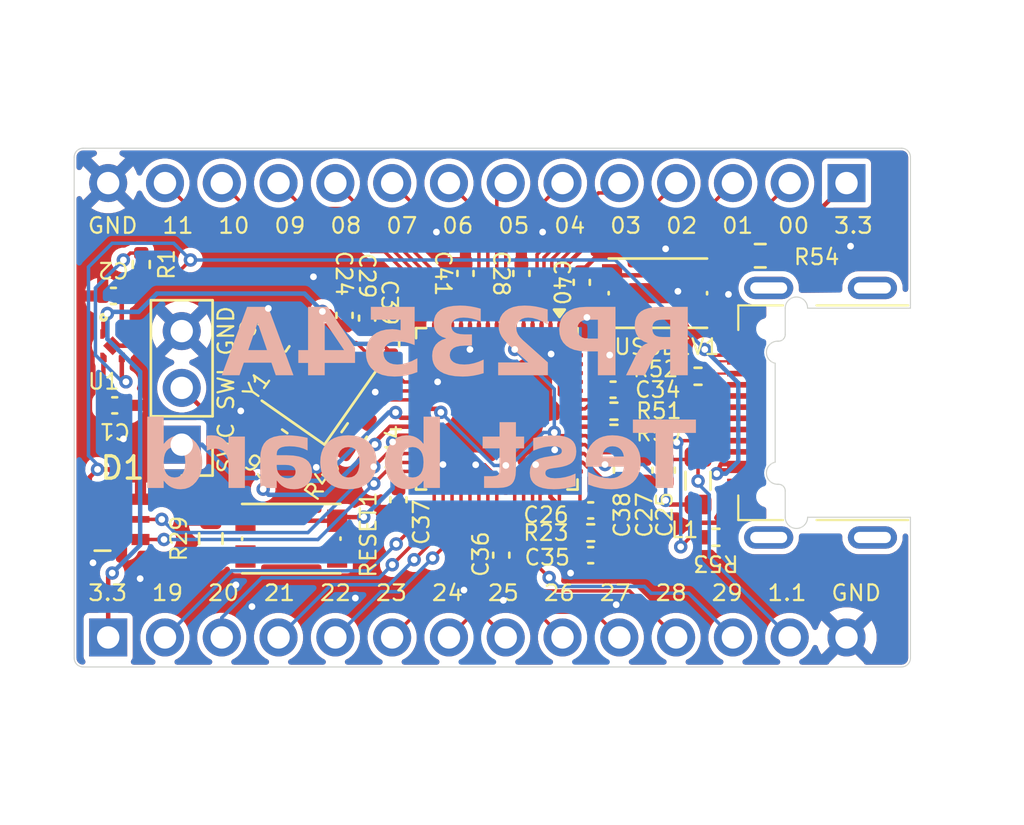
<source format=kicad_pcb>
(kicad_pcb (version 20241229) (generator "pcbnew") (generator_version "9.0")
  (layers (0 "F.Cu" signal) (2 "B.Cu" signal) (13 "F.Paste" user) (15 "B.Paste" user) (5 "F.SilkS" user "F.Silkscreen") (7 "B.SilkS" user "B.Silkscreen") (1 "F.Mask" user) (3 "B.Mask" user) (25 "Edge.Cuts" user))
  (net 0 "")
  (net 1 "Net-(U14-XIN)")
  (net 2 "GND")
  (net 3 "Net-(C6-Pad1)")
  (net 4 "+3V3")
  (net 5 "+1V1")
  (net 6 "/USB_DM")
  (net 7 "Net-(J1-CC2)")
  (net 8 "Net-(J1-CC1)")
  (net 9 "/USB_DP")
  (net 10 "/VREG_LX")
  (net 11 "Net-(R29-Pad1)")
  (net 12 "Net-(U14-XOUT)")
  (net 13 "Net-(U14-USB_DM)")
  (net 14 "Net-(U14-USB_DP)")
  (net 15 "Net-(R54-Pad1)")
  (net 16 "Net-(U14-RUN)")
  (net 23 "Net-(U14-~{QSPI_SS})")
  (net 28 "Net-(U14-VREG_AVDD)")
  (net 29 "/o8")
  (net 30 "/o10")
  (net 31 "/o3")
  (net 32 "/o9")
  (net 33 "/o5")
  (net 34 "/o6")
  (net 35 "/o1")
  (net 36 "/o11")
  (net 37 "/o7")
  (net 38 "/o0")
  (net 39 "/o2")
  (net 40 "/o4")
  (net 41 "/o29")
  (net 42 "/o21")
  (net 43 "/o24")
  (net 44 "/o26")
  (net 45 "/o20")
  (net 46 "/o25")
  (net 47 "/o19")
  (net 48 "/o27")
  (net 49 "/o23")
  (net 50 "/o28")
  (net 51 "/o22")
  (net 54 "Net-(D1-CKI)")
  (net 55 "Net-(D1-SDI)")
  (net 56 "/SWC")
  (net 57 "/SIO")
  (net 58 "/VBIAS")
  (net 59 "/VIN")
  (net 60 "/CTRL")
  (footprint "LED_SMD:LED-APA102-2020" (layer "F.Cu") (at 58.916289 50.60021)
    (property "Reference" "D1")
    (property "Value" "APA102-2020")
  )
  (footprint "footprints:DFN5B_TOS" (layer "F.Cu") (at 58.517882 42.832987 -90)
    (property "Reference" "U1")
    (property "Value" "TCR8BM33A_L3F")
  )
  (footprint "Capacitor_SMD:C_0402_1005Metric" (layer "F.Cu") (at 58.612748 45.5 180)
    (property "Reference" "C1")
    (property "Value" "0.1uF")
  )
  (footprint "Connector_PinHeader_2.54mm:PinHeader_1x14_P2.54mm_Vertical" (layer "F.Cu") (at 91.34 35.56 -90)
    (property "Reference" "J3" (hide yes))
    (property "Value" "Conn_01x12_Pin")
  )
  (footprint "Resistor_SMD:R_0402_1005Metric" (layer "F.Cu") (at 59.8 39.2 90)
    (property "Reference" "R1")
    (property "Value" "5.1k")
  )
  (footprint "Resistor_SMD:R_0603_1608Metric" (layer "F.Cu") (at 62.909851 51.460195 90)
    (property "Reference" "R29")
    (property "Value" "1k")
  )
  (footprint "Resistor_SMD:R_0402_1005Metric" (layer "F.Cu") (at 80.938112 46.75)
    (property "Reference" "R50")
    (property "Value" "33Ω")
  )
  (footprint "Capacitor_SMD:C_0402_1005Metric" (layer "F.Cu") (at 81.3 48.4 90)
    (property "Reference" "C38")
    (property "Value" "0.1uF")
  )
  (footprint "Crystal:Crystal_SMD_3225-4Pin_3.2x2.5mm" (layer "F.Cu") (at 67.772787 44.586472 55)
    (property "Reference" "Y1")
    (property "Value" "Crystal")
  )
  (footprint "Resistor_SMD:R_0603_1608Metric" (layer "F.Cu") (at 69.322787 46.8 -125)
    (property "Reference" "R49")
    (property "Value" "1k")
  )
  (footprint "Resistor_SMD:R_0402_1005Metric" (layer "F.Cu") (at 85.5 51.4 180)
    (property "Reference" "R53")
    (property "Value" "5.1k")
  )
  (footprint "Capacitor_SMD:C_0402_1005Metric" (layer "F.Cu") (at 79.5 40 -90)
    (property "Reference" "C40")
    (property "Value" "0.1uF")
  )
  (footprint "Capacitor_SMD:C_0402_1005Metric" (layer "F.Cu") (at 79.9 50.2)
    (property "Reference" "C26")
    (property "Value" "4.7μF")
  )
  (footprint "Capacitor_SMD:C_0402_1005Metric" (layer "F.Cu") (at 74.3 39.6 -90)
    (property "Reference" "C41")
    (property "Value" "0.1uF")
  )
  (footprint "Capacitor_SMD:C_0603_1608Metric" (layer "F.Cu") (at 65.922787 42.680962 55)
    (property "Reference" "C5")
    (property "Value" "10pF")
  )
  (footprint "Capacitor_SMD:C_0402_1005Metric" (layer "F.Cu") (at 80.9 44.8 180)
    (property "Reference" "C34")
    (property "Value" "0.1uF")
  )
  (footprint "USB-C-Power-tester:SW_Push_1P1T_NO_CK_KMR2" (layer "F.Cu") (at 82.904023 40.483975 180)
    (property "Reference" "USBDEV1")
    (property "Value" "SW_Push")
  )
  (footprint "Inductor_SMD:L_0805_2012Metric" (layer "F.Cu") (at 84.7 48.872917 -90)
    (property "Reference" "L1")
    (property "Value" "L")
  )
  (footprint "Capacitor_SMD:C_0402_1005Metric" (layer "F.Cu") (at 83.3 48.4 -90)
    (property "Reference" "C25")
    (property "Value" "4.7μF")
  )
  (footprint "Resistor_SMD:R_0402_1005Metric" (layer "F.Cu") (at 80.938112 45.76 180)
    (property "Reference" "R51")
    (property "Value" "33Ω")
  )
  (footprint "Resistor_SMD:R_0402_1005Metric" (layer "F.Cu") (at 79.9 51.2)
    (property "Reference" "R23")
    (property "Value" "33Ω")
  )
  (footprint "Connector_PinHeader_2.54mm:PinHeader_1x03_P2.54mm_Vertical" (layer "F.Cu") (at 61.609445 47.259682 180)
    (property "Reference" "J2" (hide yes))
    (property "Value" "SWD")
  )
  (footprint "Capacitor_SMD:C_0402_1005Metric" (layer "F.Cu") (at 58.554628 40.608433)
    (property "Reference" "C2")
    (property "Value" "0.1uF")
  )
  (footprint "Capacitor_SMD:C_0402_1005Metric" (layer "F.Cu") (at 75.9 52.2 90)
    (property "Reference" "C36")
    (property "Value" "0.1uF")
  )
  (footprint "Resistor_SMD:R_0603_1608Metric" (layer "F.Cu") (at 87.483534 38.80865)
    (property "Reference" "R54")
    (property "Value" "1k")
  )
  (footprint "Capacitor_SMD:C_0402_1005Metric" (layer "F.Cu") (at 76.8 39.6 -90)
    (property "Reference" "C28")
    (property "Value" "0.1uF")
  )
  (footprint "Capacitor_SMD:C_0402_1005Metric" (layer "F.Cu") (at 68.888577 41.47464 90)
    (property "Reference" "C24")
    (property "Value" "4.7μF")
  )
  (footprint "Capacitor_SMD:C_0402_1005Metric" (layer "F.Cu") (at 71.3 49.72 90)
    (property "Reference" "C37")
    (property "Value" "0.1uF")
  )
  (footprint "Capacitor_SMD:C_0402_1005Metric" (layer "F.Cu") (at 79.9 52.2 180)
    (property "Reference" "C35")
    (property "Value" "0.1uF")
  )
  (footprint "Capacitor_SMD:C_0603_1608Metric" (layer "F.Cu") (at 65.922787 47.080962 145)
    (property "Reference" "C6")
    (property "Value" "10pF")
  )
  (footprint "Package_DFN_QFN:QFN-60-1EP_7x7mm_P0.4mm_EP3.4x3.4mm" (layer "F.Cu") (at 75.7 45.65551 -90)
    (property "Reference" "U14")
    (property "Value" "RP2354A")
  )
  (footprint "USB-C-Power-tester:SW_Push_1P1T_NO_CK_KMR2" (layer "F.Cu") (at 66.509851 51.460195)
    (property "Reference" "RESET1")
    (property "Value" "SW_Push")
  )
  (footprint "Capacitor_SMD:C_0402_1005Metric" (layer "F.Cu") (at 82.3 48.4 90)
    (property "Reference" "C27")
    (property "Value" "0.1uF")
  )
  (footprint "Resistor_SMD:R_0402_1005Metric" (layer "F.Cu") (at 84.7 44.2 180)
    (property "Reference" "R52")
    (property "Value" "5.1k")
  )
  (footprint "Capacitor_SMD:C_0402_1005Metric" (layer "F.Cu") (at 70.973687 42.754517 -90)
    (property "Reference" "C39")
    (property "Value" "0.1uF")
  )
  (footprint "Capacitor_SMD:C_0402_1005Metric" (layer "F.Cu") (at 69.9 41.6 -90)
    (property "Reference" "C29")
    (property "Value" "0.1uF")
  )
  (footprint "Connector_PinHeader_2.54mm:PinHeader_1x14_P2.54mm_Vertical" (layer "F.Cu") (at 58.32 55.88 90)
    (property "Reference" "J4" (hide yes))
    (property "Value" "Conn_01x12_Pin")
  )
  (footprint "USB-C-Power-tester:TYPE-C-31-M-14" (layer "F.Cu") (at 91.5 45.83 90)
    (property "Reference" "J1" (hide yes))
    (property "Value" "USB_C_Receptacle_USB2.0_14P" (hide yes))
    (fp_line (start 2.211906 -3.35) (end -2.211906 -3.35) (stroke (width 0.05)) (layer "Edge.Cuts"))
    (fp_line (start 3.2 -3.241535) (end 3.2 -3.2) (stroke (width 0.05)) (layer "Edge.Cuts"))
    (fp_line (start -3.2 -3.241535) (end -3.2 -3.2) (stroke (width 0.05)) (layer "Edge.Cuts"))
    (fp_line (start 4.675 -2.9) (end 3.5 -2.9) (stroke (width 0.05)) (layer "Edge.Cuts"))
    (fp_line (start -3.5 -2.9) (end -4.675 -2.9) (stroke (width 0.05)) (layer "Edge.Cuts"))
    (fp_line (start -4.675 -1.9) (end -4.675 2.7) (stroke (width 0.05)) (layer "Edge.Cuts"))
    (fp_line (start 4.675 2.7) (end 4.675 -1.9) (stroke (width 0.05)) (layer "Edge.Cuts"))
    (fp_arc (start 2.211906 -3.35) (mid 2.754558 -3.73855) (end 3.2 -3.241535) (stroke (width 0.05)) (layer "Edge.Cuts"))
    (fp_arc (start -3.2 -3.241535) (mid -2.754558 -3.738547) (end -2.211906 -3.35) (stroke (width 0.05)) (layer "Edge.Cuts"))
    (fp_arc (start -3.2 -3.2) (mid -3.287868 -2.987868) (end -3.5 -2.9) (stroke (width 0.05)) (layer "Edge.Cuts"))
    (fp_arc (start 4.675 -2.9) (mid 5.175 -2.4) (end 4.675 -1.9) (stroke (width 0.05)) (layer "Edge.Cuts"))
    (fp_arc (start 3.5 -2.9) (mid 3.287868 -2.987868) (end 3.2 -3.2) (stroke (width 0.05)) (layer "Edge.Cuts"))
    (fp_arc (start -4.675 -1.9) (mid -5.175 -2.4) (end -4.675 -2.9) (stroke (width 0.05)) (layer "Edge.Cuts"))
  )
  (gr_line (start 93.8 57.2) (end 57.2 57.2) (stroke (width 0.05)) (layer "Edge.Cuts"))
  (gr_line (start 57.2 34) (end 93.8 34) (stroke (width 0.05)) (layer "Edge.Cuts"))
  (gr_line (start 94.2 34.4) (end 94.2 41.155) (stroke (width 0.05)) (layer "Edge.Cuts"))
  (gr_arc (start 94.2 56.8) (mid 94.082843 57.082843) (end 93.8 57.2) (stroke (width 0.05)) (layer "Edge.Cuts"))
  (gr_line (start 94.2 56.8) (end 94.2 50.505) (stroke (width 0.05)) (layer "Edge.Cuts"))
  (gr_line (start 56.8 56.8) (end 56.8 34.4) (stroke (width 0.05)) (layer "Edge.Cuts"))
  (gr_arc (start 93.8 34) (mid 94.082843 34.117157) (end 94.2 34.4) (stroke (width 0.05)) (layer "Edge.Cuts"))
  (gr_arc (start 57.2 57.2) (mid 56.917157 57.082843) (end 56.8 56.8) (stroke (width 0.05)) (layer "Edge.Cuts"))
  (gr_arc (start 56.8 34.4) (mid 56.917157 34.117157) (end 57.2 34) (stroke (width 0.05)) (layer "Edge.Cuts"))
  (gr_text "3.3  19  20  21  22  23  24  25  26  27  28  29  1.1  GND" (at 57.363477 54.29821 0) (layer "F.SilkS") (effects (font (size 0.7 0.73) (thickness 0.1)) (justify left bottom)))
  (gr_text "GND  11  10  09  08  07  06  05  04  03  02  01  00  3.3" (at 57.343567 37.871845 0) (layer "F.SilkS") (effects (font (size 0.7 0.73) (thickness 0.1)) (justify left bottom)))
  (gr_text "SWC SWI GND" (at 64 48.6 90) (layer "F.SilkS") (effects (font (size 0.7 0.73) (thickness 0.1)) (justify left bottom)))
  (gr_text "RP2354A\nTest board" (at 84.626361 49.704711 0) (layer "B.SilkS") (effects (font (size 3 3) (thickness 0.2) (bold yes)) (justify left bottom mirror)))
  (segment (start 72.25 44.85551) (end 71.15551 44.85551) (width 0.155) (layer "F.Cu") (net 1))
  (segment (start 68.210053 42.695254) (end 67.707442 43.197865) (width 0.155) (layer "F.Cu") (net 1))
  (segment (start 70.5 44.2) (end 70.5 43.777213) (width 0.155) (layer "F.Cu") (net 1))
  (segment (start 70.5 43.777213) (end 69.418041 42.695254) (width 0.155) (layer "F.Cu") (net 1))
  (segment (start 69.418041 42.695254) (end 68.210053 42.695254) (width 0.155) (layer "F.Cu") (net 1))
  (segment (start 67.519055 43.197865) (end 67.707442 43.197865) (width 0.155) (layer "F.Cu") (net 1))
  (segment (start 66.367309 42.046119) (end 67.519055 43.197865) (width 0.155) (layer "F.Cu") (net 1))
  (segment (start 71.15551 44.85551) (end 70.5 44.2) (width 0.155) (layer "F.Cu") (net 1))
  (segment (start 79.15 48.05551) (end 78.1 48.05551) (width 0.155) (layer "F.Cu") (net 2))
  (segment (start 79.759582 48.262776) (end 79.552316 48.05551) (width 0.155) (layer "F.Cu") (net 2))
  (segment (start 79.9 48.262776) (end 80.517224 48.88) (width 0.155) (layer "F.Cu") (net 2))
  (segment (start 85.75 50.75) (end 84.5 50.75) (width 0.2) (layer "F.Cu") (net 2))
  (segment (start 79.552316 48.05551) (end 79.15 48.05551) (width 0.155) (layer "F.Cu") (net 2))
  (segment (start 85.75 49.75) (end 85.75 50.75) (width 0.2) (layer "F.Cu") (net 2))
  (segment (start 79.5 39.52) (end 79.5 39.5) (width 0.2) (layer "F.Cu") (net 2))
  (segment (start 86.295 49.205) (end 85.75 49.75) (width 0.2) (layer "F.Cu") (net 2))
  (segment (start 78.1 48.05551) (end 75.7 45.65551) (width 0.155) (layer "F.Cu") (net 2))
  (segment (start 58.942146 42.832987) (end 59.767013 42.832987) (width 0.2) (layer "F.Cu") (net 2))
  (segment (start 86.5625 49.205) (end 86.295 49.205) (width 0.2) (layer "F.Cu") (net 2))
  (segment (start 79.9 48.262776) (end 79.759582 48.262776) (width 0.155) (layer "F.Cu") (net 2))
  (segment (start 79.5 39.5) (end 80.5 38.5) (width 0.2) (layer "F.Cu") (net 2))
  (segment (start 80.517224 48.88) (end 81.3 48.88) (width 0.155) (layer "F.Cu") (net 2))
  (via (at 91.521351 38.380919) (size 0.6) (drill 0.3) (layers "F.Cu" "B.Cu") (net 2))
  (via (at 59 47) (size 0.6) (drill 0.3) (layers "F.Cu" "B.Cu") (net 2))
  (via (at 79 53) (size 0.6) (drill 0.3) (layers "F.Cu" "B.Cu") (net 2))
  (via (at 74.231394 53.761351) (size 0.6) (drill 0.3) (layers "F.Cu" "B.Cu") (net 2))
  (via (at 64.75 54.5) (size 0.6) (drill 0.3) (layers "F.Cu" "B.Cu") (net 2))
  (via (at 64.031714 53.529519) (size 0.6) (drill 0.3) (layers "F.Cu" "B.Cu") (net 2))
  (via (at 77.75 37.75) (size 0.6) (drill 0.3) (layers "F.Cu" "B.Cu") (net 2))
  (via (at 67.628201 48.271498) (size 0.6) (drill 0.3) (layers "F.Cu" "B.Cu") (net 2))
  (via (at 59.75 53.25) (size 0.6) (drill 0.3) (layers "F.Cu" "B.Cu") (net 2))
  (via (at 80.75 43.25) (size 0.6) (drill 0.3) (layers "F.Cu" "B.Cu") (net 2))
  (via (at 67.5 39.75) (size 0.6) (drill 0.3) (layers "F.Cu" "B.Cu") (net 2))
  (via (at 83.25 38.5) (size 0.6) (drill 0.3) (layers "F.Cu" "B.Cu") (net 2))
  (via (at 81.041128 54.415393) (size 0.6) (drill 0.3) (layers "F.Cu" "B.Cu") (net 2))
  (via (at 65.481551 41.166711) (size 0.6) (drill 0.3) (layers "F.Cu" "B.Cu") (net 2))
  (via (at 64.25 45.75) (size 0.6) (drill 0.3) (layers "F.Cu" "B.Cu") (net 2))
  (via (at 79.730824 41.567579) (size 0.6) (drill 0.3) (layers "F.Cu" "B.Cu") (net 2))
  (via (at 69.373864 54.118417) (size 0.6) (drill 0.3) (layers "F.Cu" "B.Cu") (net 2))
  (via (at 83.8 40.4) (size 0.6) (drill 0.3) (layers "F.Cu" "B.Cu") (net 2))
  (via (at 73 37.75) (size 0.6) (drill 0.3) (layers "F.Cu" "B.Cu") (net 2))
  (via (at 70.2631 44.906364) (size 0.6) (drill 0.3) (layers "F.Cu" "B.Cu") (net 2))
  (via (at 86.060334 40.536872) (size 0.6) (drill 0.3) (layers "F.Cu" "B.Cu") (net 2))
  (via (at 57.63975 52.5413) (size 0.6) (drill 0.3) (layers "F.Cu" "B.Cu") (net 2))
  (via (at 75.992021 54.220795) (size 0.6) (drill 0.3) (layers "F.Cu" "B.Cu") (net 2))
  (segment (start 66.55763 47.525484) (end 67.838132 46.244982) (width 0.155) (layer "F.Cu") (net 3))
  (segment (start 68.849586 46.986533) (end 67.838132 45.975079) (width 0.155) (layer "F.Cu") (net 3))
  (segment (start 67.838132 46.244982) (end 67.838132 45.975079) (width 0.155) (layer "F.Cu") (net 3))
  (segment (start 68.849586 47.4758) (end 68.849586 46.986533) (width 0.155) (layer "F.Cu") (net 3))
  (segment (start 74.5 42.20551) (end 74.5 43) (width 0.155) (layer "F.Cu") (net 4))
  (segment (start 79.96449 45.25551) (end 80.06 45.16) (width 0.155) (layer "F.Cu") (net 4))
  (segment (start 71.54449 48.45551) (end 71.3 48.7) (width 0.155) (layer "F.Cu") (net 4))
  (segment (start 80.007912 47.6145) (end 80.9945 47.6145) (width 0.155) (layer "F.Cu") (net 4))
  (segment (start 74.5 40.28) (end 74.3 40.08) (width 0.155) (layer "F.Cu") (net 4))
  (segment (start 78.5 45.007826) (end 78.5 43.574221) (width 0.155) (layer "F.Cu") (net 4))
  (segment (start 69.9 42.08) (end 69.013937 42.08) (width 0.155) (layer "F.Cu") (net 4))
  (segment (start 78.5 49.10551) (end 78.5 48.592362) (width 0.155) (layer "F.Cu") (net 4))
  (segment (start 78.5 42.20551) (end 78.5 42.832597) (width 0.155) (layer "F.Cu") (net 4))
  (segment (start 85.494501 37.755499) (end 81.25 37.755499) (width 0.2) (layer "F.Cu") (net 4))
  (segment (start 80.41 51.2) (end 80.41 51.21) (width 0.155) (layer "F.Cu") (net 4))
  (segment (start 72.25 44.45551) (end 73.047707 44.45551) (width 0.155) (layer "F.Cu") (net 4))
  (segment (start 78.310502 48.402864) (end 77.83149 48.402864) (width 0.155) (layer "F.Cu") (net 4))
  (segment (start 72.25 44.45551) (end 71.55551 44.45551) (width 0.155) (layer "F.Cu") (net 4))
  (segment (start 71.55551 44.45551) (end 70.973687 43.873687) (width 0.155) (layer "F.Cu") (net 4))
  (segment (start 70.973687 43.873687) (end 70.973687 43.234517) (width 0.155) (layer "F.Cu") (net 4))
  (segment (start 75.5 48.5) (end 75.157421 48.157421) (width 0.155) (layer "F.Cu") (net 4))
  (segment (start 70.973687 43.153687) (end 69.9 42.08) (width 0.155) (layer "F.Cu") (net 4))
  (segment (start 78.49449 47.25551) (end 79.15 47.25551) (width 0.155) (layer "F.Cu") (net 4))
  (segment (start 79.15 45.25551) (end 78.747684 45.25551) (width 0.155) (layer "F.Cu") (net 4))
  (segment (start 79.648922 47.25551) (end 80.007912 47.6145) (width 0.155) (layer "F.Cu") (net 4))
  (segment (start 74.5 42.20551) (end 74.5 40.28) (width 0.155) (layer "F.Cu") (net 4))
  (segment (start 73.047707 44.45551) (end 73.053549 44.449668) (width 0.155) (layer "F.Cu") (net 4))
  (segment (start 78.5 41.48) (end 79.5 40.48) (width 0.155) (layer "F.Cu") (net 4))
  (segment (start 75.157421 48.157421) (end 74.755568 48.157421) (width 0.155) (layer "F.Cu") (net 4))
  (segment (start 58.5 53) (end 58.32 53.18) (width 0.2) (layer "F.Cu") (net 4))
  (segment (start 78.1 49.6) (end 78.5 50) (width 0.2) (layer "F.Cu") (net 4))
  (segment (start 78.7 51.48) (end 79.42 52.2) (width 0.155) (layer "F.Cu") (net 4))
  (segment (start 72.25 48.45551) (end 71.54449 48.45551) (width 0.155) (layer "F.Cu") (net 4))
  (segment (start 80.06 45.16) (end 80.42 44.8) (width 0.155) (layer "F.Cu") (net 4))
  (segment (start 78.747684 45.25551) (end 78.5 45.007826) (width 0.155) (layer "F.Cu") (net 4))
  (segment (start 77.436994 48.151703) (end 77.467855 48.182564) (width 0.2) (layer "F.Cu") (net 4))
  (segment (start 90.075 36.825) (end 88.175 36.825) (width 0.2) (layer "F.Cu") (net 4))
  (segment (start 67.9 41.3) (end 68.233937 41.3) (width 0.2) (layer "F.Cu") (net 4))
  (segment (start 78.1 48.671374) (end 78.1 49.10551) (width 0.2) (layer "F.Cu") (net 4))
  (segment (start 78.5 43.574221) (end 78.129188 43.203409) (width 0.155) (layer "F.Cu") (net 4))
  (segment (start 78.1 49.10551) (end 78.1 48.764006) (width 0.2) (layer "F.Cu") (net 4))
  (segment (start 80.42 44.88) (end 80.06 45.24) (width 0.155) (layer "F.Cu") (net 4))
  (segment (start 87.75 37.25) (end 86 37.25) (width 0.2) (layer "F.Cu") (net 4))
  (segment (start 86 37.25) (end 85.494501 37.755499) (width 0.2) (layer "F.Cu") (net 4))
  (segment (start 70.973687 43.234517) (end 70.973687 43.153687) (width 0.155) (layer "F.Cu") (net 4))
  (segment (start 58.285903 41.631769) (end 58.108836 41.808836) (width 0.2) (layer "F.Cu") (net 4))
  (segment (start 79.15 47.25551) (end 79.648922 47.25551) (width 0.155) (layer "F.Cu") (net 4))
  (segment (start 77.467855 48.182564) (end 77.61119 48.182564) (width 0.2) (layer "F.Cu") (net 4))
  (segment (start 78.1 49.10551) (end 78.1 49.6) (width 0.2) (layer "F.Cu") (net 4))
  (segment (start 72.25 48.45551) (end 72.982801 48.45551) (width 0.155) (layer "F.Cu") (net 4))
  (segment (start 58.285903 41.391177) (end 58.285903 41.631769) (width 0.2) (layer "F.Cu") (net 4))
  (segment (start 80.06 45.24) (end 80.06 45.16) (width 0.155) (layer "F.Cu") (net 4))
  (segment (start 72.982801 48.45551) (end 73.291733 48.146578) (width 0.155) (layer "F.Cu") (net 4))
  (segment (start 75.7 49.10551) (end 75.7 48.7) (width 0.155) (layer "F.Cu") (net 4))
  (segment (start 79.15 45.25551) (end 79.96449 45.25551) (width 0.155) (layer "F.Cu") (net 4))
  (segment (start 71.3 48.7) (end 71.3 49.24) (width 0.155) (layer "F.Cu") (net 4))
  (segment (start 80.290086 37.755499) (end 81.25 37.755499) (width 0.2) (layer "F.Cu") (net 4))
  (segment (start 80.42 44.8) (end 80.42 44.88) (width 0.155) (layer "F.Cu") (net 4))
  (segment (start 79.64449 45.65551) (end 80.06 45.24) (width 0.155) (layer "F.Cu") (net 4))
  (segment (start 78.5 42.832597) (end 78.129188 43.203409) (width 0.155) (layer "F.Cu") (net 4))
  (segment (start 58.108836 41.808836) (end 58.108836 42.311061) (width 0.2) (layer "F.Cu") (net 4))
  (segment (start 79.5 40.48) (end 78.81323 39.79323) (width 0.2) (layer "F.Cu") (net 4))
  (segment (start 69.013937 42.08) (end 68.888577 41.95464) (width 0.155) (layer "F.Cu") (net 4))
  (segment (start 80.9945 47.6145) (end 81.3 47.92) (width 0.155) (layer "F.Cu") (net 4))
  (segment (start 78.288778 47.491261) (end 78.49449 47.25551) (width 0.155) (layer "F.Cu") (net 4))
  (segment (start 80.41 51.21) (end 79.42 52.2) (width 0.155) (layer "F.Cu") (net 4))
  (segment (start 78.81323 39.232351) (end 80.290086 37.755499) (width 0.2) (layer "F.Cu") (net 4))
  (segment (start 78.5 48.592362) (end 78.310502 48.402864) (width 0.155) (layer "F.Cu") (net 4))
  (segment (start 88.175 36.825) (end 87.75 37.25) (width 0.2) (layer "F.Cu") (net 4))
  (segment (start 91.34 35.56) (end 90.075 36.825) (width 0.2) (layer "F.Cu") (net 4))
  (segment (start 78.7 50.2) (end 78.7 51.48) (width 0.155) (layer "F.Cu") (net 4))
  (segment (start 77.61119 48.182564) (end 77.83149 48.402864) (width 0.2) (layer "F.Cu") (net 4))
  (segment (start 75.7 51.52) (end 75.9 51.72) (width 0.155) (layer "F.Cu") (net 4))
  (segment (start 78.5 49.10551) (end 78.5 50) (width 0.155) (layer "F.Cu") (net 4))
  (segment (start 75.7 48.7) (end 75.5 48.5) (width 0.155) (layer "F.Cu") (net 4))
  (segment (start 79.15 45.65551) (end 79.64449 45.65551) (width 0.155) (layer "F.Cu") (net 4))
  (segment (start 78.5 42.20551) (end 78.5 41.48) (width 0.155) (layer "F.Cu") (net 4))
  (segment (start 68.233937 41.3) (end 68.888577 41.95464) (width 0.2) (layer "F.Cu") (net 4))
  (segment (start 78.5 50) (end 78.7 50.2) (width 0.155) (layer "F.Cu") (net 4))
  (segment (start 58.32 53.18) (end 58.32 55.88) (width 0.2) (layer "F.Cu") (net 4))
  (segment (start 77.83149 48.402864) (end 78.1 48.671374) (width 0.2) (layer "F.Cu") (net 4))
  (segment (start 78.81323 39.79323) (end 78.81323 39.232351) (width 0.2) (layer "F.Cu") (net 4))
  (segment (start 75.7 49.10551) (end 75.7 51.52) (width 0.155) (layer "F.Cu") (net 4))
  (via (at 74.5 43) (size 0.6) (drill 0.3) (layers "F.Cu" "B.Cu") (net 4))
  (via (at 77.436994 48.151703) (size 0.6) (drill 0.3) (layers "F.Cu" "B.Cu") (net 4))
  (via (at 58.5 53) (size 0.6) (drill 0.3) (layers "F.Cu" "B.Cu") (net 4))
  (via (at 78.129188 43.203409) (size 0.6) (drill 0.3) (layers "F.Cu" "B.Cu") (net 4))
  (via (at 74.755568 48.157421) (size 0.6) (drill 0.3) (layers "F.Cu" "B.Cu") (net 4))
  (via (at 78.288778 47.491261) (size 0.6) (drill 0.3) (layers "F.Cu" "B.Cu") (net 4))
  (via (at 73.053549 44.449668) (size 0.6) (drill 0.3) (layers "F.Cu" "B.Cu") (net 4))
  (via (at 67.9 41.3) (size 0.6) (drill 0.3) (layers "F.Cu" "B.Cu") (net 4))
  (via (at 73.291733 48.146578) (size 0.6) (drill 0.3) (layers "F.Cu" "B.Cu") (net 4))
  (via (at 58.285903 41.391177) (size 0.6) (drill 0.3) (layers "F.Cu" "B.Cu") (net 4))
  (segment (start 59.75 44) (end 59.75 51.75) (width 0.2) (layer "B.Cu") (net 4))
  (segment (start 69.35 42.75) (end 72.5 42.75) (width 0.2) (layer "B.Cu") (net 4))
  (segment (start 58.285903 42.535903) (end 59.75 44) (width 0.2) (layer "B.Cu") (net 4))
  (segment (start 67.1 40.5) (end 67.9 41.3) (width 0.2) (layer "B.Cu") (net 4))
  (segment (start 58.285903 41.391177) (end 58.358161 41.318919) (width 0.2) (layer "B.Cu") (net 4))
  (segment (start 60.5 40.5) (end 67.1 40.5) (width 0.2) (layer "B.Cu") (net 4))
  (segment (start 59.681081 41.318919) (end 60.5 40.5) (width 0.2) (layer "B.Cu") (net 4))
  (segment (start 67.9 41.3) (end 69.35 42.75) (width 0.2) (layer "B.Cu") (net 4))
  (segment (start 58.285903 41.391177) (end 58.285903 42.535903) (width 0.2) (layer "B.Cu") (net 4))
  (segment (start 59.75 51.75) (end 58.5 53) (width 0.2) (layer "B.Cu") (net 4))
  (segment (start 58.358161 41.318919) (end 59.681081 41.318919) (width 0.2) (layer "B.Cu") (net 4))
  (segment (start 80.136732 47.3035) (end 81.6835 47.3035) (width 0.155) (layer "F.Cu") (net 5))
  (segment (start 72.25 45.65551) (end 73.039725 45.65551) (width 0.2) (layer "F.Cu") (net 5))
  (segment (start 76.5 42.20551) (end 76.5 40.38) (width 0.155) (layer "F.Cu") (net 5))
  (segment (start 76.5 40.38) (end 76.8 40.08) (width 0.155) (layer "F.Cu") (net 5))
  (segment (start 82.3 47.92) (end 84.590417 47.92) (width 0.155) (layer "F.Cu") (net 5))
  (segment (start 76.103379 48.187847) (end 76.103379 49.102131) (width 0.155) (layer "F.Cu") (net 5))
  (segment (start 79.15 46.85551) (end 78.414363 46.85551) (width 0.155) (layer "F.Cu") (net 5))
  (segment (start 76.103379 49.102131) (end 76.1 49.10551) (width 0.155) (layer "F.Cu") (net 5))
  (segment (start 79.688742 46.85551) (end 80.136732 47.3035) (width 0.155) (layer "F.Cu") (net 5))
  (segment (start 79.15 46.85551) (end 79.688742 46.85551) (width 0.155) (layer "F.Cu") (net 5))
  (segment (start 76.5 42.20551) (end 76.5 43) (width 0.155) (layer "F.Cu") (net 5))
  (segment (start 81.6835 47.3035) (end 82.3 47.92) (width 0.155) (layer "F.Cu") (net 5))
  (segment (start 84.590417 47.92) (end 84.7 47.810417) (width 0.155) (layer "F.Cu") (net 5))
  (segment (start 78.414363 46.85551) (end 78.272023 46.71317) (width 0.155) (layer "F.Cu") (net 5))
  (segment (start 84.7 48.5) (end 84.7 47.810417) (width 0.155) (layer "F.Cu") (net 5))
  (segment (start 73.039725 45.65551) (end 73.197397 45.813182) (width 0.2) (layer "F.Cu") (net 5))
  (segment (start 84.701803 48.883996) (end 84.7 48.5) (width 0.155) (layer "F.Cu") (net 5))
  (via (at 73.197397 45.813182) (size 0.6) (drill 0.3) (layers "F.Cu" "B.Cu") (net 5))
  (via (at 76.5 43) (size 0.6) (drill 0.3) (layers "F.Cu" "B.Cu") (net 5))
  (via (at 76.103379 48.187847) (size 0.6) (drill 0.3) (layers "F.Cu" "B.Cu") (net 5))
  (via (at 78.272023 46.71317) (size 0.6) (drill 0.3) (layers "F.Cu" "B.Cu") (net 5))
  (via (at 84.701803 48.883996) (size 0.6) (drill 0.3) (layers "F.Cu" "B.Cu") (net 5))
  (segment (start 76.312153 48.187847) (end 76.103379 48.187847) (width 0.155) (layer "B.Cu") (net 5))
  (segment (start 84.701803 48.883996) (end 84.701803 49.001803) (width 0.155) (layer "B.Cu") (net 5))
  (segment (start 84.701803 49.001803) (end 85.2 49.5) (width 0.155) (layer "B.Cu") (net 5))
  (segment (start 75.572062 48.187847) (end 73.197397 45.813182) (width 0.155) (layer "B.Cu") (net 5))
  (segment (start 76.5 43) (end 78.272023 44.772023) (width 0.155) (layer "B.Cu") (net 5))
  (segment (start 85.2 49.5) (end 85.2 52.28) (width 0.155) (layer "B.Cu") (net 5))
  (segment (start 85.2 52.28) (end 88.8 55.88) (width 0.155) (layer "B.Cu") (net 5))
  (segment (start 77.78683 46.71317) (end 76.312153 48.187847) (width 0.155) (layer "B.Cu") (net 5))
  (segment (start 76.103379 48.187847) (end 75.572062 48.187847) (width 0.155) (layer "B.Cu") (net 5))
  (segment (start 78.272023 46.71317) (end 77.78683 46.71317) (width 0.155) (layer "B.Cu") (net 5))
  (segment (start 78.272023 44.772023) (end 78.272023 46.71317) (width 0.155) (layer "B.Cu") (net 5))
  (segment (start 86.5625 45.58) (end 85.7 45.58) (width 0.2) (layer "F.Cu") (net 6))
  (segment (start 85.7 45.58) (end 84.7 46.58) (width 0.2) (layer "F.Cu") (net 6))
  (segment (start 81.448112 46.75) (end 81.618112 46.58) (width 0.2) (layer "F.Cu") (net 6))
  (segment (start 81.618112 46.58) (end 84.7 46.58) (width 0.2) (layer "F.Cu") (net 6))
  (segment (start 86.5625 46.58) (end 84.7 46.58) (width 0.2) (layer "F.Cu") (net 6))
  (segment (start 85.33 44.08) (end 85.21 44.2) (width 0.1) (layer "F.Cu") (net 7))
  (segment (start 86.5625 44.08) (end 85.33 44.08) (width 0.1) (layer "F.Cu") (net 7))
  (segment (start 84.99 51.4) (end 84.35 51.4) (width 0.155) (layer "F.Cu") (net 8))
  (segment (start 86.5625 47.08) (end 83.830319 47.08) (width 0.155) (layer "F.Cu") (net 8))
  (segment (start 84.35 51.4) (end 83.925 51.825) (width 0.155) (layer "F.Cu") (net 8))
  (segment (start 83.830319 47.08) (end 83.75 47.160319) (width 0.155) (layer "F.Cu") (net 8))
  (via (at 83.925 51.825) (size 0.6) (drill 0.3) (layers "F.Cu" "B.Cu") (net 8))
  (via (at 83.75 47.160319) (size 0.6) (drill 0.3) (layers "F.Cu" "B.Cu") (net 8))
  (segment (start 83.925 47.335319) (end 83.925 51.825) (width 0.155) (layer "B.Cu") (net 8))
  (segment (start 83.75 47.160319) (end 83.925 47.335319) (width 0.155) (layer "B.Cu") (net 8))
  (segment (start 85.42 45.08) (end 86.5625 45.08) (width 0.2) (layer "F.Cu") (net 9))
  (segment (start 87.18 45.08) (end 87.5 45.4) (width 0.2) (layer "F.Cu") (net 9))
  (segment (start 86.5625 45.08) (end 87.18 45.08) (width 0.2) (layer "F.Cu") (net 9))
  (segment (start 81.448112 45.76) (end 84.74 45.76) (width 0.2) (layer "F.Cu") (net 9))
  (segment (start 87.5 45.8) (end 87.22 46.08) (width 0.2) (layer "F.Cu") (net 9))
  (segment (start 84.74 45.76) (end 85.42 45.08) (width 0.2) (layer "F.Cu") (net 9))
  (segment (start 87.5 45.4) (end 87.5 45.8) (width 0.2) (layer "F.Cu") (net 9))
  (segment (start 87.22 46.08) (end 86.5625 46.08) (width 0.2) (layer "F.Cu") (net 9))
  (segment (start 84.7 49.935417) (end 83.435417 49.935417) (width 0.2) (layer "F.Cu") (net 10))
  (segment (start 80.538707 48.147) (end 80.538707 48.038707) (width 0.155) (layer "F.Cu") (net 10))
  (segment (start 80.4255 47.9255) (end 79.879092 47.9255) (width 0.155) (layer "F.Cu") (net 10))
  (segment (start 83.435417 49.935417) (end 83.25 49.75) (width 0.2) (layer "F.Cu") (net 10))
  (segment (start 80.538707 48.038707) (end 80.4255 47.9255) (width 0.155) (layer "F.Cu") (net 10))
  (segment (start 79.609102 47.65551) (end 79.15 47.65551) (width 0.155) (layer "F.Cu") (net 10))
  (segment (start 79.879092 47.9255) (end 79.609102 47.65551) (width 0.155) (layer "F.Cu") (net 10))
  (via (at 83.25 49.75) (size 0.6) (drill 0.3) (layers "F.Cu" "B.Cu") (net 10))
  (via (at 80.538707 48.147) (size 0.6) (drill 0.3) (layers "F.Cu" "B.Cu") (net 10))
  (segment (start 83.25 49.75) (end 83.25 49.147) (width 0.155) (layer "B.Cu") (net 10))
  (segment (start 83.25 49.147) (end 82.25 48.147) (width 0.155) (layer "B.Cu") (net 10))
  (segment (start 82.25 48.147) (end 80.538707 48.147) (width 0.155) (layer "B.Cu") (net 10))
  (segment (start 62.909851 52.285195) (end 64.434851 52.285195) (width 0.2) (layer "F.Cu") (net 11))
  (segment (start 64.459851 52.260195) (end 68.559851 52.260195) (width 0.2) (layer "F.Cu") (net 11))
  (segment (start 64.434851 52.285195) (end 64.459851 52.260195) (width 0.2) (layer "F.Cu") (net 11))
  (segment (start 70.145416 45.810094) (end 70.7 45.25551) (width 0.155) (layer "F.Cu") (net 12))
  (segment (start 70.110094 45.810094) (end 70.145416 45.810094) (width 0.155) (layer "F.Cu") (net 12))
  (segment (start 70.110094 45.810094) (end 69.795988 46.1242) (width 0.155) (layer "F.Cu") (net 12))
  (segment (start 72.25 45.25551) (end 70.7 45.25551) (width 0.155) (layer "F.Cu") (net 12))
  (segment (start 79.15 46.45551) (end 80.133622 46.45551) (width 0.2) (layer "F.Cu") (net 13))
  (segment (start 80.133622 46.45551) (end 80.428112 46.75) (width 0.2) (layer "F.Cu") (net 13))
  (segment (start 80.132602 46.05551) (end 80.428112 45.76) (width 0.2) (layer "F.Cu") (net 14))
  (segment (start 79.15 46.05551) (end 80.132602 46.05551) (width 0.2) (layer "F.Cu") (net 14))
  (segment (start 84.954023 39.683975) (end 85.066025 39.683975) (width 0.2) (layer "F.Cu") (net 15))
  (segment (start 80.854023 39.683975) (end 84.954023 39.683975) (width 0.2) (layer "F.Cu") (net 15))
  (segment (start 85.94135 38.80865) (end 86.658534 38.80865) (width 0.2) (layer "F.Cu") (net 15))
  (segment (start 85.066025 39.683975) (end 85.94135 38.80865) (width 0.2) (layer "F.Cu") (net 15))
  (segment (start 72.25 46.85551) (end 71.321938 46.85551) (width 0.2) (layer "F.Cu") (net 16))
  (segment (start 71.321938 46.85551) (end 71.039839 47.137609) (width 0.2) (layer "F.Cu") (net 16))
  (segment (start 68.720046 50.5) (end 68.559851 50.660195) (width 0.2) (layer "F.Cu") (net 16))
  (segment (start 69.75 50.5) (end 68.720046 50.5) (width 0.2) (layer "F.Cu") (net 16))
  (segment (start 64.459851 50.660195) (end 68.559851 50.660195) (width 0.2) (layer "F.Cu") (net 16))
  (via (at 71.039839 47.137609) (size 0.6) (drill 0.3) (layers "F.Cu" "B.Cu") (net 16))
  (via (at 69.75 50.5) (size 0.6) (drill 0.3) (layers "F.Cu" "B.Cu") (net 16))
  (segment (start 71.039839 49.210161) (end 69.75 50.5) (width 0.2) (layer "B.Cu") (net 16))
  (segment (start 71.039839 47.137609) (end 71.039839 49.210161) (width 0.2) (layer "B.Cu") (net 16))
  (segment (start 79.15 42.85551) (end 79.89449 42.85551) (width 0.2) (layer "F.Cu") (net 23))
  (segment (start 79.89449 42.85551) (end 80.854023 41.895977) (width 0.2) (layer "F.Cu") (net 23))
  (segment (start 80.854023 41.895977) (end 80.854023 41.283975) (width 0.2) (layer "F.Cu") (net 23))
  (segment (start 80.854023 41.283975) (end 84.954023 41.283975) (width 0.2) (layer "F.Cu") (net 23))
  (segment (start 79.39 51.2) (end 79.39 50.23) (width 0.155) (layer "F.Cu") (net 28))
  (segment (start 79.15 48.45551) (end 79.42 48.72551) (width 0.155) (layer "F.Cu") (net 28))
  (segment (start 79.42 48.72551) (end 79.42 50.2) (width 0.155) (layer "F.Cu") (net 28))
  (segment (start 79.39 50.23) (end 79.42 50.2) (width 0.155) (layer "F.Cu") (net 28))
  (segment (start 70.4 37.02209) (end 70.4 37) (width 0.155) (layer "F.Cu") (net 29))
  (segment (start 70.4 37) (end 69.92 37) (width 0.155) (layer "F.Cu") (net 29))
  (segment (start 74.1 42.20551) (end 74.1 40.72209) (width 0.155) (layer "F.Cu") (net 29))
  (segment (start 74.1 40.72209) (end 70.4 37.02209) (width 0.155) (layer "F.Cu") (net 29))
  (segment (start 69.92 37) (end 68.48 35.56) (width 0.155) (layer "F.Cu") (net 29))
  (segment (start 70.749135 38.250865) (end 70.150865 38.250865) (width 0.155) (layer "F.Cu") (net 30))
  (segment (start 69 37.1) (end 64.94 37.1) (width 0.155) (layer "F.Cu") (net 30))
  (segment (start 70.150865 38.250865) (end 69 37.1) (width 0.155) (layer "F.Cu") (net 30))
  (segment (start 73.3 42.20551) (end 73.3 40.80173) (width 0.155) (layer "F.Cu") (net 30))
  (segment (start 73.3 40.80173) (end 70.749135 38.250865) (width 0.155) (layer "F.Cu") (net 30))
  (segment (start 64.94 37.1) (end 63.4 35.56) (width 0.155) (layer "F.Cu") (net 30))
  (segment (start 80.74 36) (end 81.18 35.56) (width 0.155) (layer "F.Cu") (net 31))
  (segment (start 76.9 40.82209) (end 77.5 40.22209) (width 0.155) (layer "F.Cu") (net 31))
  (segment (start 77.5 38.754483) (end 80.25 36.004484) (width 0.155) (layer "F.Cu") (net 31))
  (segment (start 77.5 40.22209) (end 77.5 38.754483) (width 0.155) (layer "F.Cu") (net 31))
  (segment (start 80.25 36.004484) (end 80.25 36) (width 0.155) (layer "F.Cu") (net 31))
  (segment (start 76.9 42.20551) (end 76.9 40.82209) (width 0.155) (layer "F.Cu") (net 31))
  (segment (start 80.25 36) (end 80.74 36) (width 0.155) (layer "F.Cu") (net 31))
  (segment (start 69.930955 37.530955) (end 69.1 36.7) (width 0.155) (layer "F.Cu") (net 32))
  (segment (start 67.08 36.7) (end 65.94 35.56) (width 0.155) (layer "F.Cu") (net 32))
  (segment (start 70.469045 37.530955) (end 69.930955 37.530955) (width 0.155) (layer "F.Cu") (net 32))
  (segment (start 73.7 40.76191) (end 70.469045 37.530955) (width 0.155) (layer "F.Cu") (net 32))
  (segment (start 73.7 42.20551) (end 73.7 40.76191) (width 0.155) (layer "F.Cu") (net 32))
  (segment (start 69.1 36.7) (end 67.08 36.7) (width 0.155) (layer "F.Cu") (net 32))
  (segment (start 75.7 42.20551) (end 75.7 35.96) (width 0.155) (layer "F.Cu") (net 33))
  (segment (start 75.7 35.96) (end 76.1 35.56) (width 0.155) (layer "F.Cu") (net 33))
  (segment (start 75.3 37.3) (end 73.56 35.56) (width 0.155) (layer "F.Cu") (net 34))
  (segment (start 75.3 42.20551) (end 75.3 37.3) (width 0.155) (layer "F.Cu") (net 34))
  (segment (start 84.709 37.111) (end 80.023124 37.110999) (width 0.155) (layer "F.Cu") (net 35))
  (segment (start 78.15982 38.974302) (end 78.15982 40.44191) (width 0.155) (layer "F.Cu") (net 35))
  (segment (start 86.26 35.56) (end 84.709 37.111) (width 0.155) (layer "F.Cu") (net 35))
  (segment (start 78.15982 40.44191) (end 77.7 40.90173) (width 0.155) (layer "F.Cu") (net 35))
  (segment (start 80.023124 37.110999) (end 78.15982 38.974302) (width 0.155) (layer "F.Cu") (net 35))
  (segment (start 77.7 40.90173) (end 77.7 42.20551) (width 0.155) (layer "F.Cu") (net 35))
  (segment (start 72.9 40.84155) (end 70.679225 38.620775) (width 0.155) (layer "F.Cu") (net 36))
  (segment (start 70.080955 38.620775) (end 68.98009 37.51991) (width 0.155) (layer "F.Cu") (net 36))
  (segment (start 70.679225 38.620775) (end 70.080955 38.620775) (width 0.155) (layer "F.Cu") (net 36))
  (segment (start 62.81991 37.51991) (end 60.86 35.56) (width 0.155) (layer "F.Cu") (net 36))
  (segment (start 68.98009 37.51991) (end 62.81991 37.51991) (width 0.155) (layer "F.Cu") (net 36))
  (segment (start 72.9 42.20551) (end 72.9 40.84155) (width 0.155) (layer "F.Cu") (net 36))
  (segment (start 74.9 37.8) (end 73.9 36.8) (width 0.155) (layer "F.Cu") (net 37))
  (segment (start 73.9 36.8) (end 72.26 36.8) (width 0.155) (layer "F.Cu") (net 37))
  (segment (start 72.26 36.8) (end 71.02 35.56) (width 0.155) (layer "F.Cu") (net 37))
  (segment (start 74.9 42.20551) (end 74.9 37.8) (width 0.155) (layer "F.Cu") (net 37))
  (segment (start 88.8 35.56) (end 87.56 36.8) (width 0.155) (layer "F.Cu") (net 38))
  (segment (start 79.911971 37.661972) (end 80.151945 37.421999) (width 0.155) (layer "F.Cu") (net 38))
  (segment (start 80.151945 37.421999) (end 81.25 37.421999) (width 0.155) (layer "F.Cu") (net 38))
  (segment (start 78.47973 39.094211) (end 79.911971 37.661972) (width 0.155) (layer "F.Cu") (net 38))
  (segment (start 85.9 36.8) (end 85.278001 37.421999) (width 0.155) (layer "F.Cu") (net 38))
  (segment (start 85.278001 37.421999) (end 80.637461 37.421999) (width 0.155) (layer "F.Cu") (net 38))
  (segment (start 78.47973 40) (end 78.47973 39.094211) (width 0.155) (layer "F.Cu") (net 38))
  (segment (start 78.1 40.94155) (end 78.1 42.20551) (width 0.155) (layer "F.Cu") (net 38))
  (segment (start 78.47973 40.56182) (end 78.1 40.94155) (width 0.155) (layer "F.Cu") (net 38))
  (segment (start 78.47973 40) (end 78.47973 40.56182) (width 0.155) (layer "F.Cu") (net 38))
  (segment (start 87.56 36.8) (end 85.9 36.8) (width 0.155) (layer "F.Cu") (net 38))
  (segment (start 77.3 42.20551) (end 77.3 40.86191) (width 0.155) (layer "F.Cu") (net 39))
  (segment (start 77.811 38.883303) (end 79.894303 36.8) (width 0.155) (layer "F.Cu") (net 39))
  (segment (start 77.3 40.86191) (end 77.811 40.35091) (width 0.155) (layer "F.Cu") (net 39))
  (segment (start 77.811 40.35091) (end 77.811 38.883303) (width 0.155) (layer "F.Cu") (net 39))
  (segment (start 79.894303 36.8) (end 82.48 36.8) (width 0.155) (layer "F.Cu") (net 39))
  (segment (start 82.48 36.8) (end 83.72 35.56) (width 0.155) (layer "F.Cu") (net 39))
  (segment (start 76.1 42.20551) (end 76.1 38.1) (width 0.155) (layer "F.Cu") (net 40))
  (segment (start 76.1 38.1) (end 78.64 35.56) (width 0.155) (layer "F.Cu") (net 40))
  (segment (start 77.6335 52.79368) (end 78.03982 53.2) (width 0.155) (layer "F.Cu") (net 41))
  (segment (start 77.7 49.10551) (end 77.6335 49.17201) (width 0.155) (layer "F.Cu") (net 41))
  (segment (start 77.6335 49.17201) (end 77.6335 52.79368) (width 0.155) (layer "F.Cu") (net 41))
  (via (at 78.03982 53.2) (size 0.6) (drill 0.3) (layers "F.Cu" "B.Cu") (net 41))
  (segment (start 82.3 53.6) (end 78.43982 53.6) (width 0.155) (layer "B.Cu") (net 41))
  (segment (start 82.6 53.9) (end 82.3 53.6) (width 0.155) (layer "B.Cu") (net 41))
  (segment (start 78.43982 53.6) (end 78.03982 53.2) (width 0.155) (layer "B.Cu") (net 41))
  (segment (start 86.26 55.88) (end 84.28 53.9) (width 0.155) (layer "B.Cu") (net 41))
  (segment (start 84.28 53.9) (end 82.6 53.9) (width 0.155) (layer "B.Cu") (net 41))
  (segment (start 73.7 50.70614) (end 72.00307 52.40307) (width 0.155) (layer "F.Cu") (net 42))
  (segment (start 73.7 49.10551) (end 73.7 50.70614) (width 0.155) (layer "F.Cu") (net 42))
  (via (at 72.00307 52.40307) (size 0.6) (drill 0.3) (layers "F.Cu" "B.Cu") (net 42))
  (segment (start 72.00307 52.40307) (end 70.88414 53.522) (width 0.155) (layer "B.Cu") (net 42))
  (segment (start 70.88414 53.522) (end 68.298001 53.521999) (width 0.155) (layer "B.Cu") (net 42))
  (segment (start 68.298001 53.521999) (end 65.94 55.88) (width 0.155) (layer "B.Cu") (net 42))
  (segment (start 74.9 54.54) (end 73.56 55.88) (width 0.155) (layer "F.Cu") (net 43))
  (segment (start 74.9 49.10551) (end 74.9 54.54) (width 0.155) (layer "F.Cu") (net 43))
  (segment (start 76.5 49.10551) (end 76.5 53.74) (width 0.155) (layer "F.Cu") (net 44))
  (segment (start 76.5 53.74) (end 78.64 55.88) (width 0.155) (layer "F.Cu") (net 44))
  (segment (start 73.3 50.35307) (end 73.3 49.10551) (width 0.155) (layer "F.Cu") (net 45))
  (segment (start 71.026535 52.626535) (end 73.3 50.35307) (width 0.155) (layer "F.Cu") (net 45))
  (via (at 71.026535 52.626535) (size 0.6) (drill 0.3) (layers "F.Cu" "B.Cu") (net 45))
  (segment (start 70.44207 53.211) (end 71.026535 52.626535) (width 0.155) (layer "B.Cu") (net 45))
  (segment (start 65.189 53.211) (end 67.3 53.211) (width 0.155) (layer "B.Cu") (net 45))
  (segment (start 63.4 55) (end 65.189 53.211) (width 0.155) (layer "B.Cu") (net 45))
  (segment (start 63.4 55.88) (end 63.4 55) (width 0.155) (layer "B.Cu") (net 45))
  (segment (start 67.3 53.211) (end 70.44207 53.211) (width 0.155) (layer "B.Cu") (net 45))
  (segment (start 75.3 49.10551) (end 75.3 55.08) (width 0.155) (layer "F.Cu") (net 46))
  (segment (start 75.3 55.08) (end 76.1 55.88) (width 0.155) (layer "F.Cu") (net 46))
  (segment (start 72.9 49.10551) (end 72.9 50) (width 0.155) (layer "F.Cu") (net 47))
  (segment (start 72.9 50) (end 71.2 51.7) (width 0.155) (layer "F.Cu") (net 47))
  (via (at 71.2 51.7) (size 0.6) (drill 0.3) (layers "F.Cu" "B.Cu") (net 47))
  (segment (start 71.2 51.7) (end 70 52.9) (width 0.155) (layer "B.Cu") (net 47))
  (segment (start 63.84 52.9) (end 60.86 55.88) (width 0.155) (layer "B.Cu") (net 47))
  (segment (start 70 52.9) (end 63.84 52.9) (width 0.155) (layer "B.Cu") (net 47))
  (segment (start 81.18 55.88) (end 80.05 54.75) (width 0.155) (layer "F.Cu") (net 48))
  (segment (start 80.05 54.75) (end 78 54.75) (width 0.155) (layer "F.Cu") (net 48))
  (segment (start 76.9 53.65) (end 76.9 49.10551) (width 0.155) (layer "F.Cu") (net 48))
  (segment (start 78 54.75) (end 76.9 53.65) (width 0.155) (layer "F.Cu") (net 48))
  (segment (start 74.5 52.4) (end 74.5 49.10551) (width 0.155) (layer "F.Cu") (net 49))
  (segment (start 71.02 55.88) (end 74.5 52.4) (width 0.155) (layer "F.Cu") (net 49))
  (segment (start 83.72 55.88) (end 81.64 53.8) (width 0.155) (layer "F.Cu") (net 50))
  (segment (start 77.7 53.8) (end 77.3 53.4) (width 0.155) (layer "F.Cu") (net 50))
  (segment (start 77.3 53.4) (end 77.3 49.10551) (width 0.155) (layer "F.Cu") (net 50))
  (segment (start 81.64 53.8) (end 77.7 53.8) (width 0.155) (layer "F.Cu") (net 50))
  (segment (start 74.1 51.05921) (end 74.1 49.10551) (width 0.155) (layer "F.Cu") (net 51))
  (segment (start 72.829605 52.329605) (end 74.1 51.05921) (width 0.155) (layer "F.Cu") (net 51))
  (via (at 72.829605 52.329605) (size 0.6) (drill 0.3) (layers "F.Cu" "B.Cu") (net 51))
  (segment (start 71.32621 53.833) (end 72.829605 52.329605) (width 0.155) (layer "B.Cu") (net 51))
  (segment (start 70.8 53.833) (end 71.32621 53.833) (width 0.155) (layer "B.Cu") (net 51))
  (segment (start 68.48 55.88) (end 70.527 53.833) (width 0.155) (layer "B.Cu") (net 51))
  (segment (start 70.527 53.833) (end 70.8 53.833) (width 0.155) (layer "B.Cu") (net 51))
  (segment (start 72.25 47.65551) (end 71.5 47.65551) (width 0.155) (layer "F.Cu") (net 54))
  (segment (start 70.773888 47.671109) (end 70.2 48.244997) (width 0.155) (layer "F.Cu") (net 54))
  (segment (start 59.766289 50.60021) (end 60.715315 50.60021) (width 0.155) (layer "F.Cu") (net 54))
  (segment (start 71.484401 47.671109) (end 70.773888 47.671109) (width 0.155) (layer "F.Cu") (net 54))
  (segment (start 60.399026 50.600974) (end 60.4 50.6) (width 0.155) (layer "F.Cu") (net 54))
  (segment (start 71.5 47.65551) (end 71.484401 47.671109) (width 0.155) (layer "F.Cu") (net 54))
  (via (at 70.2 48.244997) (size 0.6) (drill 0.3) (layers "F.Cu" "B.Cu") (net 54))
  (via (at 60.716289 50.599236) (size 0.6) (drill 0.3) (layers "F.Cu" "B.Cu") (net 54))
  (segment (start 61.306053 51.189) (end 61.208527 51.091473) (width 0.155) (layer "B.Cu") (net 54))
  (segment (start 61.306054 51.189) (end 61.208527 51.091473) (width 0.155) (layer "B.Cu") (net 54))
  (segment (start 70.2 48.244997) (end 67.255996 51.189) (width 0.155) (layer "B.Cu") (net 54))
  (segment (start 67.255996 51.189) (end 61.306054 51.189) (width 0.155) (layer "B.Cu") (net 54))
  (segment (start 61.208527 51.091473) (end 60.716289 50.599236) (width 0.155) (layer "B.Cu") (net 54))
  (segment (start 71.14449 48.05551) (end 70.2 49) (width 0.155) (layer "F.Cu") (net 55))
  (segment (start 59.766289 51.50021) (end 60.815315 51.50021) (width 0.155) (layer "F.Cu") (net 55))
  (segment (start 72.25 48.05551) (end 71.14449 48.05551) (width 0.155) (layer "F.Cu") (net 55))
  (segment (start 60.499026 51.500974) (end 60.5 51.5) (width 0.155) (layer "F.Cu") (net 55))
  (via (at 60.816289 51.499236) (size 0.6) (drill 0.3) (layers "F.Cu" "B.Cu") (net 55))
  (via (at 70.2 49) (size 0.6) (drill 0.3) (layers "F.Cu" "B.Cu") (net 55))
  (segment (start 60.817053 51.5) (end 60.816289 51.499236) (width 0.155) (layer "B.Cu") (net 55))
  (segment (start 61.5 51.5) (end 60.817053 51.5) (width 0.155) (layer "B.Cu") (net 55))
  (segment (start 67.7 51.5) (end 61.5 51.5) (width 0.155) (layer "B.Cu") (net 55))
  (segment (start 70.2 49) (end 67.7 51.5) (width 0.155) (layer "B.Cu") (net 55))
  (segment (start 72.25 46.05551) (end 71.409355 46.05551) (width 0.2) (layer "F.Cu") (net 56))
  (segment (start 71.409355 46.05551) (end 71.17345 45.819605) (width 0.2) (layer "F.Cu") (net 56))
  (via (at 71.17345 45.819605) (size 0.6) (drill 0.3) (layers "F.Cu" "B.Cu") (net 56))
  (segment (start 65.480303 48.694) (end 65.019697 48.694) (width 0.2) (layer "B.Cu") (net 56))
  (segment (start 67.811002 48.875) (end 66.875 48.875) (width 0.2) (layer "B.Cu") (net 56))
  (segment (start 64 48.75) (end 62.509682 47.259682) (width 0.2) (layer "B.Cu") (net 56))
  (segment (start 70.866397 45.819605) (end 67.811002 48.875) (width 0.2) (layer "B.Cu") (net 56))
  (segment (start 65.536303 48.75) (end 65.480303 48.694) (width 0.2) (layer "B.Cu") (net 56))
  (segment (start 71.17345 45.819605) (end 70.866397 45.819605) (width 0.2) (layer "B.Cu") (net 56))
  (segment (start 64.963697 48.75) (end 64 48.75) (width 0.2) (layer "B.Cu") (net 56))
  (segment (start 65.019697 48.694) (end 64.963697 48.75) (width 0.2) (layer "B.Cu") (net 56))
  (segment (start 62.509682 47.259682) (end 61.609445 47.259682) (width 0.2) (layer "B.Cu") (net 56))
  (segment (start 66.875 48.875) (end 66.75 48.75) (width 0.2) (layer "B.Cu") (net 56))
  (segment (start 66.75 48.75) (end 65.536303 48.75) (width 0.2) (layer "B.Cu") (net 56))
  (segment (start 65.25 49.25) (end 65.25 48.360237) (width 0.2) (layer "F.Cu") (net 57))
  (segment (start 65.25 48.360237) (end 61.609445 44.719682) (width 0.2) (layer "F.Cu") (net 57))
  (segment (start 70.25 47.141145) (end 70.25 47.25) (width 0.2) (layer "F.Cu") (net 57))
  (segment (start 70.935635 46.45551) (end 70.25 47.141145) (width 0.2) (layer "F.Cu") (net 57))
  (segment (start 72.25 46.45551) (end 70.935635 46.45551) (width 0.2) (layer "F.Cu") (net 57))
  (via (at 65.25 49.25) (size 0.6) (drill 0.3) (layers "F.Cu" "B.Cu") (net 57))
  (via (at 70.25 47.25) (size 0.6) (drill 0.3) (layers "F.Cu" "B.Cu") (net 57))
  (segment (start 68 49.5) (end 65.5 49.5) (width 0.2) (layer "B.Cu") (net 57))
  (segment (start 65.5 49.5) (end 65.25 49.25) (width 0.2) (layer "B.Cu") (net 57))
  (segment (start 70.25 47.25) (end 68 49.5) (width 0.2) (layer "B.Cu") (net 57))
  (segment (start 58.106589 44.607118) (end 58.106589 45.477612) (width 0.2) (layer "F.Cu") (net 58))
  (segment (start 58.106589 43.360963) (end 58.106589 44.607118) (width 0.2) (layer "F.Cu") (net 58))
  (segment (start 58.106589 45.477612) (end 58.118114 45.489137) (width 0.2) (layer "F.Cu") (net 58))
  (segment (start 85.534288 48.554874) (end 85.72345 48.13) (width 0.2) (layer "F.Cu") (net 59))
  (segment (start 58.363036 48.363036) (end 57.844297 48.363036) (width 0.2) (layer "F.Cu") (net 59))
  (segment (start 57.5 48.707333) (end 57.844297 48.363036) (width 0.2) (layer "F.Cu") (net 59))
  (segment (start 58.927485 42.312113) (end 58.927485 40.715576) (width 0.2) (layer "F.Cu") (net 59))
  (segment (start 59.8 39.71) (end 59.8 39.843061) (width 0.155) (layer "F.Cu") (net 59))
  (segment (start 86.5625 43.53) (end 85.53 43.53) (width 0.1) (layer "F.Cu") (net 59))
  (segment (start 58.916289 48.916289) (end 58.363036 48.363036) (width 0.2) (layer "F.Cu") (net 59))
  (segment (start 86.5625 43.255) (end 85.255 43.255) (width 0.155) (layer "F.Cu") (net 59))
  (segment (start 62 39) (end 61.29 39.71) (width 0.155) (layer "F.Cu") (net 59))
  (segment (start 85.534288 48.554874) (end 85.663268 48.405) (width 0.2) (layer "F.Cu") (net 59))
  (segment (start 59.8 39.843061) (end 59.034628 40.608433) (width 0.155) (layer "F.Cu") (net 59))
  (segment (start 61.29 39.71) (end 59.8 39.71) (width 0.155) (layer "F.Cu") (net 59))
  (segment (start 58.066289 49.70021) (end 57.70021 49.70021) (width 0.2) (layer "F.Cu") (net 59))
  (segment (start 85.72345 48.13) (end 86.5625 48.13) (width 0.2) (layer "F.Cu") (net 59))
  (segment (start 85.663268 48.405) (end 86.5625 48.405) (width 0.2) (layer "F.Cu") (net 59))
  (segment (start 85.53 43.53) (end 85.255 43.255) (width 0.1) (layer "F.Cu") (net 59))
  (segment (start 59.8 39.71) (end 59.57 39.71) (width 0.155) (layer "F.Cu") (net 59))
  (segment (start 57.70021 49.70021) (end 57.5 49.5) (width 0.2) (layer "F.Cu") (net 59))
  (segment (start 58.916289 49.77021) (end 58.916289 48.916289) (width 0.2) (layer "F.Cu") (net 59))
  (segment (start 85.255 43.255) (end 85 43) (width 0.155) (layer "F.Cu") (net 59))
  (segment (start 57.5 49.5) (end 57.5 48.707333) (width 0.2) (layer "F.Cu") (net 59))
  (segment (start 58.927485 40.715576) (end 59.034628 40.608433) (width 0.2) (layer "F.Cu") (net 59))
  (via (at 57.844297 48.363036) (size 0.6) (drill 0.3) (layers "F.Cu" "B.Cu") (net 59))
  (via (at 85.534288 48.554874) (size 0.6) (drill 0.3) (layers "F.Cu" "B.Cu") (net 59))
  (via (at 62 39) (size 0.6) (drill 0.3) (layers "F.Cu" "B.Cu") (net 59))
  (via (at 85 43) (size 0.6) (drill 0.3) (layers "F.Cu" "B.Cu") (net 59))
  (segment (start 58.5 38.25) (end 61.25 38.25) (width 0.155) (layer "B.Cu") (net 59))
  (segment (start 57.439 39.311) (end 58.5 38.25) (width 0.155) (layer "B.Cu") (net 59))
  (segment (start 57.844297 48.155297) (end 57.439 47.75) (width 0.155) (layer "B.Cu") (net 59))
  (segment (start 81 39) (end 62 39) (width 0.155) (layer "B.Cu") (net 59))
  (segment (start 86.5 48) (end 86.5 44.5) (width 0.2) (layer "B.Cu") (net 59))
  (segment (start 85.534288 48.554874) (end 85.945126 48.554874) (width 0.2) (layer "B.Cu") (net 59))
  (segment (start 85 43) (end 81 39) (width 0.155) (layer "B.Cu") (net 59))
  (segment (start 85.945126 48.554874) (end 86.5 48) (width 0.2) (layer "B.Cu") (net 59))
  (segment (start 57.844297 48.363036) (end 57.844297 48.155297) (width 0.155) (layer "B.Cu") (net 59))
  (segment (start 61.25 38.25) (end 62 39) (width 0.155) (layer "B.Cu") (net 59))
  (segment (start 57.439 47.75) (end 57.439 39.311) (width 0.155) (layer "B.Cu") (net 59))
  (segment (start 86.5 44.5) (end 85 43) (width 0.2) (layer "B.Cu") (net 59))
  (segment (start 59.8 38.69) (end 59.31 38.69) (width 0.155) (layer "F.Cu") (net 60))
  (segment (start 58.929622 43.355112) (end 58.929622 44.263807) (width 0.2) (layer "F.Cu") (net 60))
  (segment (start 58.929622 44.263807) (end 59.113901 44.448086) (width 0.2) (layer "F.Cu") (net 60))
  (segment (start 59.31 38.69) (end 59 39) (width 0.155) (layer "F.Cu") (net 60))
  (via (at 59 39) (size 0.6) (drill 0.3) (layers "F.Cu" "B.Cu") (net 60))
  (via (at 59.113901 44.448086) (size 0.6) (drill 0.3) (layers "F.Cu" "B.Cu") (net 60))
  (segment (start 57.75 40.25) (end 57.75 43.25) (width 0.155) (layer "B.Cu") (net 60))
  (segment (start 59 39) (end 57.75 40.25) (width 0.155) (layer "B.Cu") (net 60))
  (segment (start 58.948086 44.448086) (end 59.113901 44.448086) (width 0.155) (layer "B.Cu") (net 60))
  (segment (start 57.75 43.25) (end 58.948086 44.448086) (width 0.155) (layer "B.Cu") (net 60))
  (zone (net 2) (net_name "GND") (layers "F.Cu" "B.Cu") (connect_pads (clearance 0.25)) (min_thickness 0.25) (fill yes (thermal_gap 0.5) (thermal_bridge_width 0.5))
    (polygon (pts (xy 56 33) (xy 56 58) (xy 95 58) (xy 95 33)))
  )
  (zone (net 4) (net_name "+3V3") (layer "B.Cu") (priority 3) (connect_pads yes (clearance 0)) (min_thickness 0.025) (fill yes (thermal_gap 0.5) (thermal_bridge_width 0.5))
    (polygon (pts (xy 71.75 42) (xy 71.75 49.5) (xy 79.5 49.5) (xy 79.5 42)))
  )
)
</source>
